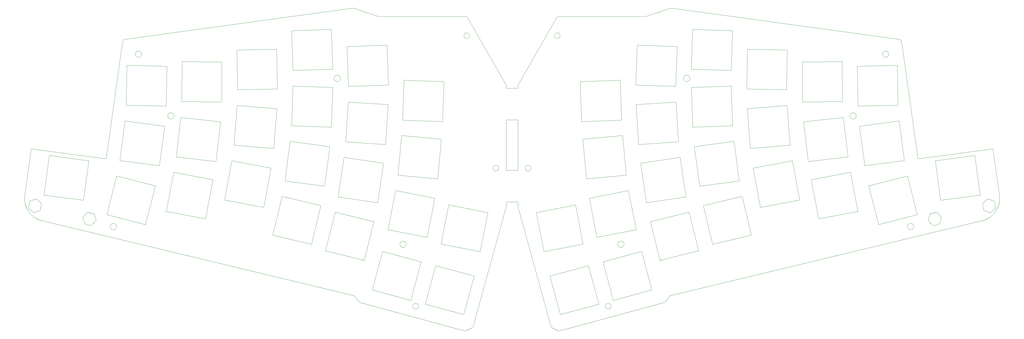
<source format=gbr>
%TF.GenerationSoftware,KiCad,Pcbnew,(6.0.1)*%
%TF.CreationDate,2022-02-27T14:40:42+09:00*%
%TF.ProjectId,ergotonic_f24_top,6572676f-746f-46e6-9963-5f6632345f74,rev?*%
%TF.SameCoordinates,Original*%
%TF.FileFunction,Profile,NP*%
%FSLAX46Y46*%
G04 Gerber Fmt 4.6, Leading zero omitted, Abs format (unit mm)*
G04 Created by KiCad (PCBNEW (6.0.1)) date 2022-02-27 14:40:42*
%MOMM*%
%LPD*%
G01*
G04 APERTURE LIST*
%TA.AperFunction,Profile*%
%ADD10C,0.090000*%
%TD*%
%ADD11C,0.090000*%
G04 APERTURE END LIST*
D10*
X-82744907Y-50087128D02*
X-81637026Y-36271749D01*
X-95284069Y-29727792D02*
X-81426491Y-29471930D01*
X6586840Y-57018427D02*
G75*
G03*
X6586840Y-57018427I-1000000J0D01*
G01*
X101206016Y-40884131D02*
X114975802Y-39303968D01*
X-83076633Y-80244981D02*
X-69598097Y-83473686D01*
X-23643805Y-26895993D02*
X-37494951Y-26406990D01*
X-102786076Y-54653918D02*
X-101205912Y-40884131D01*
D11*
X2000093Y-29164930D02*
X-1999986Y-29164930D01*
D10*
X-101205912Y-40884131D02*
X-114975699Y-39303968D01*
X56865007Y-33997319D02*
X57740556Y-47829210D01*
X51324491Y-89040190D02*
X47972543Y-75591838D01*
X100784800Y-33923390D02*
X100715782Y-20063107D01*
X60360917Y-66911531D02*
X46653400Y-68961843D01*
D11*
X2035879Y-70375183D02*
X13438801Y-111849310D01*
X2000093Y-70110083D02*
X2004346Y-70202212D01*
X2017055Y-70293469D01*
X2035879Y-70375183D01*
D10*
X-56864903Y-33997319D02*
X-57740452Y-47829210D01*
X-62216056Y-22556742D02*
X-62694451Y-8704887D01*
X-116555862Y-53073754D02*
X-102786076Y-54653918D01*
X-25844970Y-60699520D02*
X-24533700Y-46901411D01*
X42943397Y-28053946D02*
X43439959Y-14202438D01*
X-147369849Y-72276429D02*
X-149045483Y-74029210D01*
X-51324387Y-89040190D02*
X-47972439Y-75591838D01*
X-43908561Y-48704759D02*
X-43033012Y-34872868D01*
D11*
X-46794538Y-4130196D02*
X-54829276Y-1412597D01*
D10*
X34420425Y-104992094D02*
G75*
G03*
X34420425Y-104992094I-1000000J0D01*
G01*
X-62707050Y-42743610D02*
X-62218053Y-28892457D01*
X-13154261Y-94482849D02*
X-26534542Y-90868790D01*
X133927903Y-35113822D02*
X120070992Y-35385201D01*
X-117430128Y-58382753D02*
X-120039115Y-71994916D01*
X140670232Y-73127976D02*
X127244907Y-76573241D01*
D11*
X16581072Y-113505410D02*
X52718272Y-103693003D01*
X2000093Y-28455412D02*
X2000093Y-29164930D01*
X-1999986Y-28455412D02*
X-2004734Y-28358085D01*
X-2018860Y-28262056D01*
X-2042187Y-28167990D01*
X-2074535Y-28076553D01*
X-2115728Y-27988411D01*
X-2131394Y-27959878D01*
D10*
X-77014910Y-47672274D02*
X-78852040Y-61409825D01*
D11*
X-16276935Y-4182927D02*
X-46474144Y-4182927D01*
D10*
X-43439855Y-14202438D02*
X-57291364Y-14698999D01*
X-83666784Y-56953202D02*
X-97287119Y-54389017D01*
X47972543Y-75591838D02*
X61420895Y-72239890D01*
X106427056Y-74603903D02*
X103818069Y-60991739D01*
X-86230969Y-70573537D02*
X-83666784Y-56953202D01*
X76558306Y-42254612D02*
X62707154Y-42743610D01*
X-148365346Y-76356742D02*
X-146009576Y-76931492D01*
X82745010Y-50087128D02*
X81637130Y-36271749D01*
X37984058Y-40258136D02*
X24132912Y-40747140D01*
X102786180Y-54653918D02*
X101206016Y-40884131D01*
X-42943294Y-28053946D02*
X-43439855Y-14202438D01*
D11*
X13956512Y-112478987D02*
X15872502Y-113435109D01*
D10*
X-133656421Y-21256911D02*
X-133927800Y-35113822D01*
X44924307Y-85901622D02*
X48538395Y-99281874D01*
D11*
X-55285321Y-1369124D02*
X-134320936Y-12188812D01*
D10*
X-144333943Y-75178711D02*
X-145014079Y-72851179D01*
X-122430140Y-56137343D02*
X-120603791Y-42397922D01*
X-61420792Y-72239890D02*
X-64772739Y-85688242D01*
X-62218053Y-28892457D02*
X-76069205Y-28403460D01*
X25845074Y-60699520D02*
X24533803Y-46901411D01*
X-43033012Y-34872868D02*
X-56864903Y-33997319D01*
X-81682353Y-15614352D02*
X-95539931Y-15870214D01*
X133656525Y-21256911D02*
X133927903Y-35113822D01*
X-76546306Y-9183282D02*
X-76067910Y-23035137D01*
X-62694451Y-8704887D02*
X-76546306Y-9183282D01*
X146009680Y-76931492D02*
X144334047Y-75178711D01*
X81637130Y-36271749D02*
X95452509Y-35163868D01*
D11*
X52718272Y-103693003D02*
X52819263Y-103659727D01*
X52915568Y-103616213D01*
X53006456Y-103562964D01*
X53091196Y-103500486D01*
X53169058Y-103429281D01*
X53239310Y-103349854D01*
X53265117Y-103315894D01*
D10*
X-119799510Y-21528290D02*
X-133656421Y-21256911D01*
X-134343213Y-40571573D02*
X-136169561Y-54310995D01*
X165159676Y-67663987D02*
X167434197Y-68504550D01*
X163294467Y-69213499D02*
X165159676Y-67663987D01*
X167843508Y-70894624D02*
X165978299Y-72444135D01*
X-81637026Y-36271749D02*
X-95452405Y-35163868D01*
D11*
X-140918875Y-53717759D02*
X-166903292Y-50261682D01*
D10*
X30148705Y-104249071D02*
X16768424Y-107863130D01*
D11*
X-15872395Y-113435109D02*
X-13956405Y-112478987D01*
D10*
X149045587Y-74029210D02*
X148365450Y-76356742D01*
X-146009576Y-76931492D02*
X-144333943Y-75178711D01*
X130782394Y-17371000D02*
G75*
G03*
X130782394Y-17371000I-1100000J0D01*
G01*
D11*
X-135175470Y-13039751D02*
X-140918875Y-53717759D01*
D10*
X21985935Y-69738421D02*
X24660322Y-83337653D01*
X24660322Y-83337653D02*
X11061090Y-86012041D01*
X-114975699Y-39303968D02*
X-116555862Y-53073754D01*
X26822846Y-67436057D02*
X40424082Y-64771593D01*
X79848031Y-66766446D02*
X83076736Y-80244981D01*
X-114575961Y-19994090D02*
X-114644978Y-33854372D01*
X134343317Y-40571573D02*
X136169665Y-54310995D01*
X-76558203Y-42254612D02*
X-62707050Y-42743610D01*
X148725489Y-68165155D02*
X146892643Y-54426891D01*
D11*
X-1999986Y-68716994D02*
X2000093Y-68716994D01*
D10*
X-123799538Y-63147917D02*
X-137224863Y-59702651D01*
X-95452405Y-35163868D02*
X-96560286Y-48979248D01*
X-95539931Y-15870214D02*
X-95284069Y-29727792D01*
D11*
X-13956405Y-112478987D02*
X-13864276Y-112426746D01*
X-13778879Y-112365602D01*
X-13700764Y-112296227D01*
X-13630482Y-112219288D01*
X-13568583Y-112135458D01*
X-13515618Y-112045404D01*
X-13472138Y-111949798D01*
X-13438693Y-111849310D01*
X46474252Y-4182927D02*
X16277043Y-4182927D01*
D10*
X-97287119Y-54389017D02*
X-99851304Y-68009352D01*
D11*
X2000093Y-40164926D02*
X2000093Y-57716998D01*
D10*
X96560390Y-48979248D02*
X82745010Y-50087128D01*
X-120603791Y-42397922D02*
X-134343213Y-40571573D01*
X26534646Y-90868790D02*
X30148705Y-104249071D01*
X-148725385Y-68165155D02*
X-146892539Y-54426891D01*
D11*
X135175578Y-13039751D02*
X135150598Y-12917878D01*
X135111466Y-12801982D01*
X135059133Y-12693007D01*
X134994547Y-12591901D01*
X134918660Y-12499609D01*
X134832423Y-12417079D01*
X134736785Y-12345256D01*
X134632696Y-12285088D01*
X134521108Y-12237520D01*
X134402970Y-12203499D01*
X134321043Y-12188812D01*
D10*
X-4586736Y-57018427D02*
G75*
G03*
X-4586736Y-57018427I-1000000J0D01*
G01*
X-47972439Y-75591838D02*
X-61420792Y-72239890D01*
X-100784696Y-33923390D02*
X-100715678Y-20063107D01*
D11*
X-15408340Y-4687397D02*
X-15462336Y-4602874D01*
X-15523808Y-4525009D01*
X-15592133Y-4454164D01*
X-15666687Y-4390700D01*
X-15746848Y-4334978D01*
X-15831993Y-4287360D01*
X-15921499Y-4248209D01*
X-16014744Y-4217885D01*
X-16111103Y-4196749D01*
X-16209956Y-4185165D01*
X-16276935Y-4182927D01*
D10*
X120603895Y-42397922D02*
X134343317Y-40571573D01*
D11*
X55094312Y-101206592D02*
X163072734Y-75283303D01*
D10*
X-44924204Y-85901622D02*
X-48538291Y-99281874D01*
X-24533700Y-46901411D02*
X-38331809Y-45590140D01*
X38331913Y-45590140D02*
X39643183Y-59388249D01*
X65114594Y-63246954D02*
X63277464Y-49509404D01*
D11*
X-54518744Y-101591000D02*
X-53265009Y-103315894D01*
D10*
X103818069Y-60991739D02*
X117430232Y-58382753D01*
X-100715678Y-20063107D02*
X-114575961Y-19994090D01*
D11*
X54518851Y-101591000D02*
X54589010Y-101504959D01*
X54667719Y-101427715D01*
X54754138Y-101359830D01*
X54847425Y-101301866D01*
X54946741Y-101254385D01*
X55051245Y-101217948D01*
X55094312Y-101206592D01*
D10*
X146892643Y-54426891D02*
X160630907Y-52594045D01*
D11*
X15872502Y-113435109D02*
X15956272Y-113472226D01*
X16042539Y-113501361D01*
X16130739Y-113522458D01*
X16220311Y-113535460D01*
X16310693Y-113540312D01*
X16401321Y-113536958D01*
X16491635Y-113525342D01*
X16581072Y-113505410D01*
D10*
X57740556Y-47829210D02*
X43908664Y-48704759D01*
X24533803Y-46901411D02*
X38331913Y-45590140D01*
D11*
X-13438693Y-111849310D02*
X-2035772Y-70375183D01*
D10*
X-167434093Y-68504550D02*
X-167843405Y-70894624D01*
X-133927800Y-35113822D02*
X-120070888Y-35385201D01*
X-26822743Y-67436057D02*
X-40423978Y-64771593D01*
X61725647Y-25768284D02*
G75*
G03*
X61725647Y-25768284I-1100000J0D01*
G01*
X-44602984Y-55254326D02*
X-58310501Y-53204013D01*
X114645082Y-33854372D02*
X100784800Y-33923390D01*
X-140670128Y-73127976D02*
X-127244803Y-76573241D01*
X35158143Y-102895962D02*
X31544055Y-89515710D01*
X48538395Y-99281874D02*
X35158143Y-102895962D01*
X24132912Y-40747140D02*
X23643908Y-26895993D01*
X120039219Y-71994916D02*
X106427056Y-74603903D01*
X-63277360Y-49509404D02*
X-77014910Y-47672274D01*
D11*
X-53265009Y-103315894D02*
X-53198005Y-103398468D01*
X-53123099Y-103473023D01*
X-53041021Y-103539052D01*
X-52952501Y-103596053D01*
X-52858270Y-103643522D01*
X-52759058Y-103680953D01*
X-52718143Y-103693003D01*
D10*
X-36718344Y-83469458D02*
G75*
G03*
X-36718344Y-83469458I-1100000J0D01*
G01*
X8386702Y-72412808D02*
X21985935Y-69738421D01*
X163703779Y-71603573D02*
X163294467Y-69213499D01*
X-165159572Y-67663987D02*
X-167434093Y-68504550D01*
X43439959Y-14202438D02*
X57291467Y-14698999D01*
X-136169561Y-54310995D02*
X-122430140Y-56137343D01*
X95540035Y-15870214D02*
X95284172Y-29727792D01*
X-30148601Y-104249071D02*
X-16768320Y-107863130D01*
D11*
X140918982Y-53717759D02*
X135175578Y-13039751D01*
X-1999986Y-40164926D02*
X2000093Y-40164926D01*
X-1999986Y-70110083D02*
X-1999986Y-68716994D01*
D10*
X11061090Y-86012041D02*
X8386702Y-72412808D01*
X78852144Y-61409825D02*
X65114594Y-63246954D01*
X144334047Y-75178711D02*
X145014183Y-72851179D01*
X117430232Y-58382753D02*
X120039219Y-71994916D01*
X147369953Y-72276429D02*
X149045587Y-74029210D01*
D11*
X-46474144Y-4182927D02*
X-46565806Y-4178716D01*
X-46656554Y-4166147D01*
X-46745809Y-4145310D01*
X-46794538Y-4130196D01*
D10*
X-137230513Y-77292745D02*
G75*
G03*
X-137230513Y-77292745I-1100000J0D01*
G01*
X-146892539Y-54426891D02*
X-160630803Y-52594045D01*
X114975802Y-39303968D02*
X116555966Y-53073754D01*
X-137224863Y-59702651D02*
X-140670128Y-73127976D01*
D11*
X-169130094Y-66411622D02*
X-169173499Y-66792850D01*
X-169198593Y-67172200D01*
X-169205706Y-67549190D01*
X-169195166Y-67923335D01*
X-169167304Y-68294154D01*
X-169122450Y-68661162D01*
X-169060933Y-69023877D01*
X-168983084Y-69381815D01*
X-168889232Y-69734494D01*
X-168779708Y-70081431D01*
X-168654841Y-70422141D01*
X-168514960Y-70756143D01*
X-168360397Y-71082953D01*
X-168191480Y-71402087D01*
X-168008540Y-71713063D01*
X-167811906Y-72015398D01*
X-167601909Y-72308608D01*
X-167378878Y-72592211D01*
X-167143143Y-72865723D01*
X-166895034Y-73128661D01*
X-166634881Y-73380542D01*
X-166363013Y-73620883D01*
X-166079761Y-73849201D01*
X-165785455Y-74065013D01*
X-165480424Y-74267835D01*
X-165164998Y-74457184D01*
X-164839507Y-74632578D01*
X-164504282Y-74793533D01*
X-164159651Y-74939566D01*
X-163805944Y-75070194D01*
X-163443493Y-75184934D01*
X-163072626Y-75283303D01*
D10*
X-57740452Y-47829210D02*
X-43908561Y-48704759D01*
D11*
X166903400Y-50261682D02*
X140918982Y-53717759D01*
D10*
X16684000Y-10941762D02*
G75*
G03*
X16684000Y-10941762I-1000000J0D01*
G01*
X-11060986Y-86012041D02*
X-8386599Y-72412808D01*
X-29487207Y-81037293D02*
X-26822743Y-67436057D01*
X-26534542Y-90868790D02*
X-30148601Y-104249071D01*
D11*
X2131524Y-27959878D02*
X2087412Y-28046773D01*
X2052089Y-28137186D01*
X2025731Y-28230449D01*
X2008517Y-28325898D01*
X2000622Y-28422866D01*
X2000093Y-28455412D01*
X163072734Y-75283303D02*
X163443601Y-75184934D01*
X163806052Y-75070194D01*
X164159758Y-74939566D01*
X164504389Y-74793533D01*
X164839615Y-74632578D01*
X165165106Y-74457184D01*
X165480531Y-74267835D01*
X165785562Y-74065013D01*
X166079869Y-73849201D01*
X166363121Y-73620883D01*
X166634988Y-73380542D01*
X166895141Y-73128661D01*
X167143250Y-72865723D01*
X167378985Y-72592211D01*
X167602016Y-72308608D01*
X167812014Y-72015398D01*
X168008647Y-71713063D01*
X168191587Y-71402087D01*
X168360504Y-71082953D01*
X168515068Y-70756143D01*
X168654948Y-70422141D01*
X168779815Y-70081431D01*
X168889340Y-69734494D01*
X168983192Y-69381815D01*
X169061041Y-69023877D01*
X169122557Y-68661162D01*
X169167412Y-68294154D01*
X169195273Y-67923335D01*
X169205813Y-67549190D01*
X169198701Y-67172200D01*
X169173607Y-66792850D01*
X169130202Y-66411622D01*
X169130202Y-66411622D02*
X166903400Y-50261682D01*
D10*
X-35158039Y-102895962D02*
X-31543951Y-89515710D01*
D11*
X-55094204Y-101206592D02*
X-54987859Y-101238453D01*
X-54886367Y-101281584D01*
X-54790568Y-101335423D01*
X-54701301Y-101399406D01*
X-54619408Y-101472974D01*
X-54545728Y-101555563D01*
X-54518744Y-101591000D01*
D10*
X43088546Y-78372828D02*
X29487311Y-81037293D01*
X-56794802Y-28550508D02*
X-42943294Y-28053946D01*
X86231073Y-70573537D02*
X83666888Y-56953202D01*
X-59525543Y-25768284D02*
G75*
G03*
X-59525543Y-25768284I-1100000J0D01*
G01*
X29487311Y-81037293D02*
X26822846Y-67436057D01*
D11*
X-54829276Y-1412597D02*
X-54926723Y-1385049D01*
X-55026126Y-1367540D01*
X-55126714Y-1360143D01*
X-55227716Y-1362930D01*
X-55285321Y-1369124D01*
D10*
X-162463649Y-66332309D02*
X-148725385Y-68165155D01*
D11*
X-2035772Y-70375183D02*
X-2015445Y-70285224D01*
X-2003502Y-70193864D01*
X-1999986Y-70110083D01*
D10*
X160630907Y-52594045D02*
X162463752Y-66332309D01*
X-48538291Y-99281874D02*
X-35158039Y-102895962D01*
X120070992Y-35385201D02*
X119799613Y-21528290D01*
X62694555Y-8704887D02*
X76546409Y-9183282D01*
D11*
X-16580965Y-113505410D02*
X-16491528Y-113525342D01*
X-16401214Y-113536958D01*
X-16310585Y-113540312D01*
X-16220204Y-113535460D01*
X-16130632Y-113522458D01*
X-16042431Y-113501361D01*
X-15956165Y-113472226D01*
X-15872395Y-113435109D01*
D10*
X61420895Y-72239890D02*
X64772843Y-85688242D01*
X-60360814Y-66911531D02*
X-46653296Y-68961843D01*
X-69598097Y-83473686D02*
X-66369393Y-69995151D01*
X-103817965Y-60991739D02*
X-117430128Y-58382753D01*
D11*
X-166903292Y-50261682D02*
X-169130094Y-66411622D01*
D10*
X83076736Y-80244981D02*
X69598201Y-83473686D01*
X-66369393Y-69995151D02*
X-79847928Y-66766446D01*
X145014183Y-72851179D02*
X147369953Y-72276429D01*
X-163294363Y-69213499D02*
X-165159572Y-67663987D01*
X62707154Y-42743610D02*
X62218156Y-28892457D01*
X-64772739Y-85688242D02*
X-51324387Y-89040190D01*
X114576064Y-19994090D02*
X114645082Y-33854372D01*
X-99851304Y-68009352D02*
X-86230969Y-70573537D01*
X-120039115Y-71994916D02*
X-106426952Y-74603903D01*
D11*
X2000093Y-57716998D02*
X-1999986Y-57716998D01*
D10*
X116555966Y-53073754D02*
X102786180Y-54653918D01*
X39643183Y-59388249D02*
X25845074Y-60699520D01*
D11*
X-163072626Y-75283303D02*
X-55094204Y-101206592D01*
D10*
X43908664Y-48704759D02*
X43033116Y-34872868D01*
X-24660219Y-83337653D02*
X-11060986Y-86012041D01*
D11*
X55285428Y-1369124D02*
X55184536Y-1360484D01*
X55083619Y-1362070D01*
X54983449Y-1373810D01*
X54884797Y-1395630D01*
X54829405Y-1412597D01*
D10*
X-40423978Y-64771593D02*
X-43088443Y-78372828D01*
X-167843405Y-70894624D02*
X-165978196Y-72444135D01*
X63277464Y-49509404D02*
X77015014Y-47672274D01*
X-120070888Y-35385201D02*
X-119799510Y-21528290D01*
X57291467Y-14698999D02*
X56794906Y-28550508D01*
X23643908Y-26895993D02*
X37495055Y-26406990D01*
X119480411Y-38811769D02*
G75*
G03*
X119480411Y-38811769I-1100000J0D01*
G01*
X-21985831Y-69738421D02*
X-24660219Y-83337653D01*
X-128582290Y-17371000D02*
G75*
G03*
X-128582290Y-17371000I-1100000J0D01*
G01*
X-46653296Y-68961843D02*
X-44602984Y-55254326D01*
X148365450Y-76356742D02*
X146009680Y-76931492D01*
X46653400Y-68961843D02*
X44603087Y-55254326D01*
X69598201Y-83473686D02*
X66369496Y-69995151D01*
X162463752Y-66332309D02*
X148725489Y-68165155D01*
X-43088443Y-78372828D02*
X-29487207Y-81037293D01*
X37495055Y-26406990D02*
X37984058Y-40258136D01*
X-165978196Y-72444135D02*
X-163703675Y-71603573D01*
D11*
X-134320936Y-12188812D02*
X-134442911Y-12213275D01*
X-134558971Y-12251917D01*
X-134668165Y-12303791D01*
X-134769542Y-12367949D01*
X-134862152Y-12443446D01*
X-134945045Y-12529335D01*
X-135017270Y-12624670D01*
X-135077878Y-12728505D01*
X-135125916Y-12839892D01*
X-135160436Y-12957885D01*
X-135175470Y-13039751D01*
D10*
X62218156Y-28892457D02*
X76069309Y-28403460D01*
D11*
X-2131394Y-27959878D02*
X-15408340Y-4687397D01*
D10*
X58310605Y-53204013D02*
X60360917Y-66911531D01*
X127244907Y-76573241D02*
X123799642Y-63147917D01*
D11*
X15408448Y-4687397D02*
X2131524Y-27959878D01*
D10*
X-114644978Y-33854372D02*
X-100784696Y-33923390D01*
X139430617Y-77292745D02*
G75*
G03*
X139430617Y-77292745I-1100000J0D01*
G01*
X-149045483Y-74029210D02*
X-148365346Y-76356742D01*
X31544055Y-89515710D02*
X44924307Y-85901622D01*
D11*
X13438801Y-111849310D02*
X13472246Y-111949798D01*
X13515726Y-112045404D01*
X13568691Y-112135458D01*
X13630590Y-112219288D01*
X13700872Y-112296227D01*
X13778987Y-112365602D01*
X13864383Y-112426746D01*
X13956512Y-112478987D01*
X-1999986Y-29164930D02*
X-1999986Y-28455412D01*
D10*
X-76067910Y-23035137D02*
X-62216056Y-22556742D01*
X81426595Y-29471930D02*
X81682457Y-15614352D01*
X-145014079Y-72851179D02*
X-147369849Y-72276429D01*
X81682457Y-15614352D02*
X95540035Y-15870214D01*
X13154365Y-94482849D02*
X26534646Y-90868790D01*
X-32420321Y-104992094D02*
G75*
G03*
X-32420321Y-104992094I-1000000J0D01*
G01*
X95284172Y-29727792D02*
X81426595Y-29471930D01*
X-79847928Y-66766446D02*
X-83076633Y-80244981D01*
D11*
X16277043Y-4182927D02*
X16176874Y-4187943D01*
X16078783Y-4202751D01*
X15983393Y-4226989D01*
X15891325Y-4260296D01*
X15803204Y-4302310D01*
X15719651Y-4352669D01*
X15641290Y-4411012D01*
X15568743Y-4476977D01*
X15502634Y-4550202D01*
X15443584Y-4630326D01*
X15408448Y-4687397D01*
D10*
X-127244803Y-76573241D02*
X-123799538Y-63147917D01*
X38918448Y-83469458D02*
G75*
G03*
X38918448Y-83469458I-1100000J0D01*
G01*
X64772843Y-85688242D02*
X51324491Y-89040190D01*
X-81426491Y-29471930D02*
X-81682353Y-15614352D01*
X-16768320Y-107863130D02*
X-13154261Y-94482849D01*
X-65114490Y-63246954D02*
X-63277360Y-49509404D01*
X100715782Y-20063107D02*
X114576064Y-19994090D01*
X-117280307Y-38811769D02*
G75*
G03*
X-117280307Y-38811769I-1100000J0D01*
G01*
X56794906Y-28550508D02*
X42943397Y-28053946D01*
X-160630803Y-52594045D02*
X-162463649Y-66332309D01*
X77015014Y-47672274D02*
X78852144Y-61409825D01*
X-96560286Y-48979248D02*
X-82744907Y-50087128D01*
X165978299Y-72444135D02*
X163703779Y-71603573D01*
X-14684000Y-10941762D02*
G75*
G03*
X-14684000Y-10941762I-1000000J0D01*
G01*
X62216159Y-22556742D02*
X62694555Y-8704887D01*
X-106426952Y-74603903D02*
X-103817965Y-60991739D01*
X76068014Y-23035137D02*
X62216159Y-22556742D01*
X97287223Y-54389017D02*
X99851408Y-68009352D01*
X76069309Y-28403460D02*
X76558306Y-42254612D01*
D11*
X54829405Y-1412597D02*
X46794646Y-4130196D01*
D10*
X66369496Y-69995151D02*
X79848031Y-66766446D01*
X-57291364Y-14698999D02*
X-56794802Y-28550508D01*
X136169665Y-54310995D02*
X122430244Y-56137343D01*
D11*
X53265117Y-103315894D02*
X54518851Y-101591000D01*
D10*
X43033116Y-34872868D02*
X56865007Y-33997319D01*
D11*
X-52718143Y-103693003D02*
X-16580965Y-113505410D01*
D10*
X-39643080Y-59388249D02*
X-25844970Y-60699520D01*
X122430244Y-56137343D02*
X120603895Y-42397922D01*
X16768424Y-107863130D02*
X13154365Y-94482849D01*
X-31543951Y-89515710D02*
X-44924204Y-85901622D01*
X95452509Y-35163868D02*
X96560390Y-48979248D01*
D11*
X46794646Y-4130196D02*
X46706469Y-4155585D01*
X46616479Y-4172759D01*
X46525254Y-4181625D01*
X46474252Y-4182927D01*
D10*
X40424082Y-64771593D02*
X43088546Y-78372828D01*
X119799613Y-21528290D02*
X133656525Y-21256911D01*
X76546409Y-9183282D02*
X76068014Y-23035137D01*
X-24132808Y-40747140D02*
X-23643805Y-26895993D01*
X137224967Y-59702651D02*
X140670232Y-73127976D01*
X-78852040Y-61409825D02*
X-65114490Y-63246954D01*
X-37983955Y-40258136D02*
X-24132808Y-40747140D01*
X-38331809Y-45590140D02*
X-39643080Y-59388249D01*
X-163703675Y-71603573D02*
X-163294363Y-69213499D01*
X123799642Y-63147917D02*
X137224967Y-59702651D01*
D11*
X2000093Y-68716994D02*
X2000093Y-70110083D01*
D10*
X167434197Y-68504550D02*
X167843508Y-70894624D01*
X44603087Y-55254326D02*
X58310605Y-53204013D01*
X-8386599Y-72412808D02*
X-21985831Y-69738421D01*
X-58310501Y-53204013D02*
X-60360814Y-66911531D01*
D11*
X-1999986Y-57716998D02*
X-1999986Y-40164926D01*
D10*
X83666888Y-56953202D02*
X97287223Y-54389017D01*
X99851408Y-68009352D02*
X86231073Y-70573537D01*
D11*
X134321043Y-12188812D02*
X55285428Y-1369124D01*
D10*
X-37494951Y-26406990D02*
X-37983955Y-40258136D01*
X-76069205Y-28403460D02*
X-76558203Y-42254612D01*
M02*

</source>
